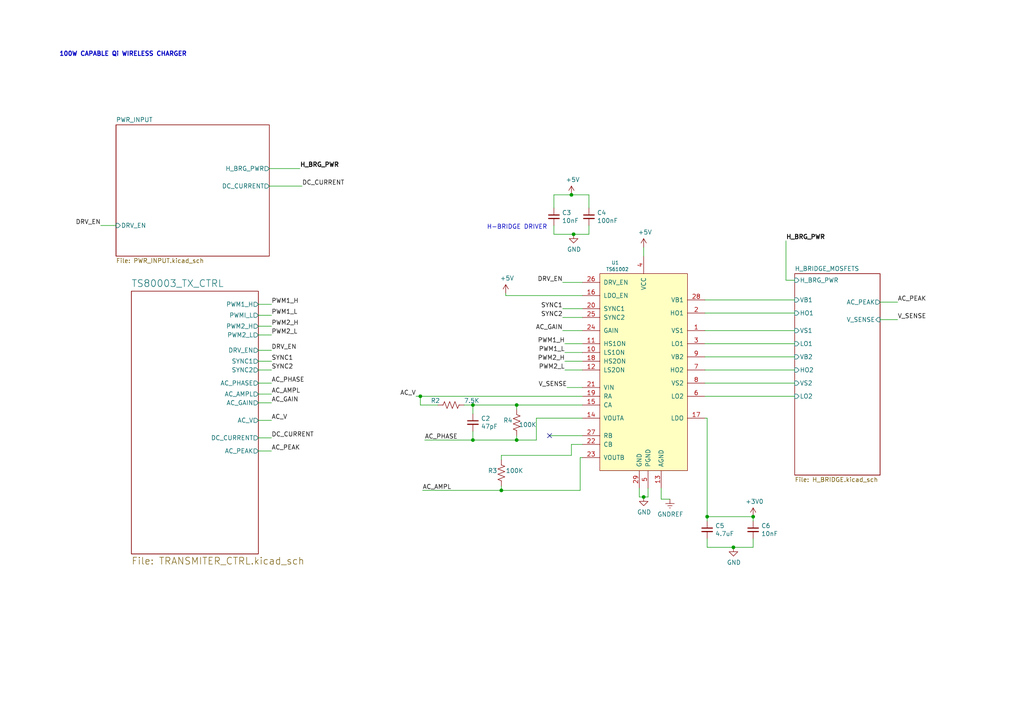
<source format=kicad_sch>
(kicad_sch (version 20211123) (generator eeschema)
  (paper "A4")
  (lib_symbols
    (symbol "Device:C_Small" (pin_numbers hide) (pin_names (offset 0.254) hide)
      (property "Reference" "C" (at 0.254 1.778 0))
      (property "Value" "C_Small" (at 0.254 -2.032 0))
      (symbol "C_Small_0_1"
        (polyline (pts (xy -1.524 -0.508) (xy 1.524 -0.508)) (stroke (width 0.3302)))
        (polyline (pts (xy -1.524 0.508) (xy 1.524 0.508)) (stroke (width 0.3048)))
      )
      (symbol "C_Small_1_1"
        (pin passive line (at 0 2.54 270) (length 2.032) (name "~") (number "1"))
        (pin passive line (at 0 -2.54 90) (length 2.032) (name "~") (number "2"))
      )
    )
    (symbol "Device:R_US" (pin_numbers hide) (pin_names (offset 0))
      (property "Reference" "R" (at 2.54 0 90))
      (property "Value" "R_US" (at -2.54 0 90))
      (symbol "R_US_0_1"
        (polyline (pts (xy 0 -2.286) (xy 0 -2.54)))
        (polyline (pts (xy 0 2.286) (xy 0 2.54)))
        (polyline (pts (xy 0 -0.762) (xy 1.016 -1.143) (xy 0 -1.524) (xy -1.016 -1.905) (xy 0 -2.286)))
        (polyline (pts (xy 0 0.762) (xy 1.016 0.381) (xy 0 0) (xy -1.016 -0.381) (xy 0 -0.762)))
        (polyline (pts (xy 0 2.286) (xy 1.016 1.905) (xy 0 1.524) (xy -1.016 1.143) (xy 0 0.762)))
      )
      (symbol "R_US_1_1"
        (pin passive line (at 0 3.81 270) (length 1.27) (name "~") (number "1"))
        (pin passive line (at 0 -3.81 90) (length 1.27) (name "~") (number "2"))
      )
    )
    (symbol "GCL_Integrated-Circuits:TS61002" (pin_names (offset 1.016))
      (property "Reference" "U" (at -1.27 2.54 0))
      (property "Value" "TS61002" (at 0 1.27 0))
      (symbol "TS61002_1_1"
        (rectangle (start -6.35 0) (end 19.05 -57.15) (stroke (width 0.1524)) (fill (type background)))
        (pin passive line (at 24.13 -16.51 180) (length 5.08) (name "VS1") (number "1"))
        (pin passive line (at -11.43 -22.86 0) (length 5.08) (name "LS1ON") (number "10"))
        (pin passive line (at -11.43 -20.32 0) (length 5.08) (name "HS1ON") (number "11"))
        (pin passive line (at -11.43 -27.94 0) (length 5.08) (name "LS2ON") (number "12"))
        (pin passive line (at 11.43 -62.23 90) (length 5.08) (name "AGND") (number "13"))
        (pin passive line (at -11.43 -41.91 0) (length 5.08) (name "VOUTA") (number "14"))
        (pin passive line (at -11.43 -38.1 0) (length 5.08) (name "CA") (number "15"))
        (pin passive line (at -11.43 -6.35 0) (length 5.08) (name "LDO_EN") (number "16"))
        (pin passive line (at 24.13 -41.91 180) (length 5.08) (name "LDO") (number "17"))
        (pin passive line (at -11.43 -25.4 0) (length 5.08) (name "HS2ON") (number "18"))
        (pin passive line (at -11.43 -35.56 0) (length 5.08) (name "RA") (number "19"))
        (pin passive line (at 24.13 -11.43 180) (length 5.08) (name "HO1") (number "2"))
        (pin passive line (at -11.43 -10.16 0) (length 5.08) (name "SYNC1") (number "20"))
        (pin passive line (at -11.43 -33.02 0) (length 5.08) (name "VIN") (number "21"))
        (pin passive line (at -11.43 -49.53 0) (length 5.08) (name "CB") (number "22"))
        (pin passive line (at -11.43 -53.34 0) (length 5.08) (name "VOUTB") (number "23"))
        (pin passive line (at -11.43 -16.51 0) (length 5.08) (name "GAIN") (number "24"))
        (pin passive line (at -11.43 -12.7 0) (length 5.08) (name "SYNC2") (number "25"))
        (pin passive line (at -11.43 -2.54 0) (length 5.08) (name "DRV_EN") (number "26"))
        (pin passive line (at -11.43 -46.99 0) (length 5.08) (name "RB") (number "27"))
        (pin passive line (at 24.13 -7.62 180) (length 5.08) (name "VB1") (number "28"))
        (pin passive line (at 5.08 -62.23 90) (length 5.08) (name "GND") (number "29"))
        (pin passive line (at 24.13 -20.32 180) (length 5.08) (name "LO1") (number "3"))
        (pin passive line (at 6.35 5.08 270) (length 5.08) (name "VCC") (number "4"))
        (pin passive line (at 7.62 -62.23 90) (length 5.08) (name "PGND") (number "5"))
        (pin passive line (at 24.13 -35.56 180) (length 5.08) (name "LO2") (number "6"))
        (pin passive line (at 24.13 -27.94 180) (length 5.08) (name "HO2") (number "7"))
        (pin passive line (at 24.13 -31.75 180) (length 5.08) (name "VS2") (number "8"))
        (pin passive line (at 24.13 -24.13 180) (length 5.08) (name "VB2") (number "9"))
      )
    )
    (symbol "The_Qi_wireless_charger_tx-rescue:+5V-OLIMEX_Power" (power) (pin_names (offset 0))
      (property "Value" "+5V-OLIMEX_Power" (at 0 3.556 0))
      (symbol "+5V-OLIMEX_Power_0_1"
        (polyline (pts (xy -0.762 1.27) (xy 0 2.54)))
        (polyline (pts (xy 0 0) (xy 0 2.54)))
        (polyline (pts (xy 0 2.54) (xy 0.762 1.27)))
      )
      (symbol "+5V-OLIMEX_Power_1_1"
        (pin power_in line (at 0 0 90) (length 0) hide (name "+5V") (number "1"))
      )
    )
    (symbol "The_Qi_wireless_charger_tx-rescue:GND-OLIMEX_Power" (power) (pin_names (offset 0))
      (property "Value" "GND-OLIMEX_Power" (at 0 -3.81 0))
      (symbol "GND-OLIMEX_Power_0_1"
        (polyline (pts (xy 0 0) (xy 0 -1.27) (xy 1.27 -1.27) (xy 0 -2.54) (xy -1.27 -1.27) (xy 0 -1.27)))
      )
      (symbol "GND-OLIMEX_Power_1_1"
        (pin power_in line (at 0 0 270) (length 0) hide (name "GND") (number "1"))
      )
    )
    (symbol "The_Qi_wireless_charger_tx-rescue:GNDREF-OLIMEX_Power" (power) (pin_names (offset 0))
      (property "Value" "GNDREF-OLIMEX_Power" (at 0 -3.81 0))
      (symbol "GNDREF-OLIMEX_Power_0_1"
        (polyline (pts (xy -0.635 -1.905) (xy 0.635 -1.905)))
        (polyline (pts (xy -0.127 -2.54) (xy 0.127 -2.54)))
        (polyline (pts (xy 0 -1.27) (xy 0 0)))
        (polyline (pts (xy 1.27 -1.27) (xy -1.27 -1.27)))
      )
      (symbol "GNDREF-OLIMEX_Power_1_1"
        (pin power_in line (at 0 0 270) (length 0) hide (name "GNDREF") (number "1"))
      )
    )
    (symbol "power:+3V0" (power) (pin_names (offset 0))
      (property "Value" "+3V0" (at 0 3.556 0))
      (symbol "+3V0_0_1"
        (polyline (pts (xy -0.762 1.27) (xy 0 2.54)))
        (polyline (pts (xy 0 0) (xy 0 2.54)))
        (polyline (pts (xy 0 2.54) (xy 0.762 1.27)))
      )
      (symbol "+3V0_1_1"
        (pin power_in line (at 0 0 90) (length 0) hide (name "+3V0") (number "1"))
      )
    )
  )
  (junction (at 145.415 142.24))
  (junction (at 149.86 117.475))
  (junction (at 137.16 117.475))
  (junction (at 121.92 114.935))
  (junction (at 165.735 56.515))
  (junction (at 218.44 149.86))
  (junction (at 205.105 149.86))
  (junction (at 166.37 67.945))
  (junction (at 186.69 144.145))
  (junction (at 212.725 158.75))
  (junction (at 149.86 127.635))
  (junction (at 137.16 127.635))
  (no_connect (at 159.385 126.365))
  (wire (pts (xy 146.685 85.725) (xy 168.91 85.725)))
  (wire (pts (xy 137.16 125.095) (xy 137.16 127.635)))
  (wire (pts (xy 204.47 95.885) (xy 230.505 95.885)))
  (wire (pts (xy 168.91 112.395) (xy 164.465 112.395)))
  (wire (pts (xy 78.74 91.44) (xy 74.93 91.44)))
  (wire (pts (xy 87.63 53.975) (xy 78.105 53.975)))
  (wire (pts (xy 168.91 104.775) (xy 163.83 104.775)))
  (wire (pts (xy 137.16 127.635) (xy 149.86 127.635)))
  (wire (pts (xy 149.86 118.745) (xy 149.86 117.475)))
  (wire (pts (xy 204.47 90.805) (xy 230.505 90.805)))
  (wire (pts (xy 204.47 103.505) (xy 230.505 103.505)))
  (wire (pts (xy 204.47 114.935) (xy 230.505 114.935)))
  (wire (pts (xy 160.655 60.325) (xy 160.655 56.515)))
  (wire (pts (xy 78.74 116.84) (xy 74.93 116.84)))
  (wire (pts (xy 78.74 130.81) (xy 74.93 130.81)))
  (wire (pts (xy 205.105 158.75) (xy 212.725 158.75)))
  (wire (pts (xy 218.44 149.86) (xy 218.44 151.13)))
  (wire (pts (xy 33.655 65.405) (xy 29.21 65.405)))
  (wire (pts (xy 74.93 104.775) (xy 78.74 104.775)))
  (wire (pts (xy 218.44 158.75) (xy 218.44 156.21)))
  (wire (pts (xy 74.93 97.155) (xy 78.74 97.155)))
  (wire (pts (xy 168.91 89.535) (xy 163.195 89.535)))
  (wire (pts (xy 230.505 81.28) (xy 227.965 81.28)))
  (wire (pts (xy 163.195 92.075) (xy 168.91 92.075)))
  (wire (pts (xy 168.91 81.915) (xy 163.195 81.915)))
  (wire (pts (xy 78.74 121.92) (xy 74.93 121.92)))
  (wire (pts (xy 212.725 158.75) (xy 218.44 158.75)))
  (wire (pts (xy 121.92 114.935) (xy 120.65 114.935)))
  (wire (pts (xy 255.27 92.71) (xy 260.35 92.71)))
  (wire (pts (xy 186.69 144.145) (xy 187.96 144.145)))
  (wire (pts (xy 166.37 67.945) (xy 160.655 67.945)))
  (wire (pts (xy 204.47 111.125) (xy 230.505 111.125)))
  (wire (pts (xy 255.27 87.63) (xy 260.35 87.63)))
  (wire (pts (xy 78.74 88.265) (xy 74.93 88.265)))
  (wire (pts (xy 74.93 111.125) (xy 78.74 111.125)))
  (wire (pts (xy 155.575 121.285) (xy 168.91 121.285)))
  (wire (pts (xy 145.415 142.24) (xy 168.275 142.24)))
  (wire (pts (xy 168.275 132.715) (xy 168.91 132.715)))
  (wire (pts (xy 78.74 114.3) (xy 74.93 114.3)))
  (wire (pts (xy 168.91 128.905) (xy 165.735 128.905)))
  (wire (pts (xy 127 117.475) (xy 121.92 117.475)))
  (wire (pts (xy 170.815 67.945) (xy 166.37 67.945)))
  (wire (pts (xy 187.96 144.145) (xy 187.96 141.605)))
  (wire (pts (xy 155.575 127.635) (xy 155.575 121.285)))
  (wire (pts (xy 205.105 151.13) (xy 205.105 149.86)))
  (wire (pts (xy 204.47 86.995) (xy 230.505 86.995)))
  (wire (pts (xy 185.42 144.145) (xy 186.69 144.145)))
  (wire (pts (xy 145.415 142.24) (xy 145.415 140.97)))
  (wire (pts (xy 165.735 56.515) (xy 170.815 56.515)))
  (wire (pts (xy 146.685 85.725) (xy 146.685 85.09)))
  (wire (pts (xy 170.815 56.515) (xy 170.815 60.325)))
  (wire (pts (xy 170.815 65.405) (xy 170.815 67.945)))
  (wire (pts (xy 205.105 156.21) (xy 205.105 158.75)))
  (wire (pts (xy 145.415 132.08) (xy 165.735 132.08)))
  (wire (pts (xy 137.16 117.475) (xy 149.86 117.475)))
  (wire (pts (xy 134.62 117.475) (xy 137.16 117.475)))
  (wire (pts (xy 227.965 81.28) (xy 227.965 69.85)))
  (wire (pts (xy 123.19 127.635) (xy 137.16 127.635)))
  (wire (pts (xy 74.93 127) (xy 78.74 127)))
  (wire (pts (xy 121.92 117.475) (xy 121.92 114.935)))
  (wire (pts (xy 137.16 117.475) (xy 137.16 120.015)))
  (wire (pts (xy 185.42 141.605) (xy 185.42 144.145)))
  (wire (pts (xy 205.105 149.86) (xy 218.44 149.86)))
  (wire (pts (xy 122.555 142.24) (xy 145.415 142.24)))
  (wire (pts (xy 168.91 95.885) (xy 163.195 95.885)))
  (wire (pts (xy 204.47 107.315) (xy 230.505 107.315)))
  (wire (pts (xy 191.77 144.78) (xy 194.31 144.78)))
  (wire (pts (xy 204.47 99.695) (xy 230.505 99.695)))
  (wire (pts (xy 78.74 94.615) (xy 74.93 94.615)))
  (wire (pts (xy 168.91 99.695) (xy 163.83 99.695)))
  (wire (pts (xy 191.77 141.605) (xy 191.77 144.78)))
  (wire (pts (xy 168.91 102.235) (xy 163.83 102.235)))
  (wire (pts (xy 205.105 121.285) (xy 205.105 149.86)))
  (wire (pts (xy 160.655 67.945) (xy 160.655 65.405)))
  (wire (pts (xy 78.105 48.895) (xy 86.995 48.895)))
  (wire (pts (xy 159.385 126.365) (xy 168.91 126.365)))
  (wire (pts (xy 204.47 121.285) (xy 205.105 121.285)))
  (wire (pts (xy 160.655 56.515) (xy 165.735 56.515)))
  (wire (pts (xy 168.275 142.24) (xy 168.275 132.715)))
  (wire (pts (xy 168.91 114.935) (xy 121.92 114.935)))
  (wire (pts (xy 165.735 128.905) (xy 165.735 132.08)))
  (wire (pts (xy 149.86 117.475) (xy 168.91 117.475)))
  (wire (pts (xy 145.415 133.35) (xy 145.415 132.08)))
  (wire (pts (xy 168.91 107.315) (xy 163.83 107.315)))
  (wire (pts (xy 149.86 127.635) (xy 155.575 127.635)))
  (wire (pts (xy 74.93 107.315) (xy 78.74 107.315)))
  (wire (pts (xy 186.69 71.755) (xy 186.69 74.295)))
  (wire (pts (xy 149.86 127.635) (xy 149.86 126.365)))
  (wire (pts (xy 78.74 101.6) (xy 74.93 101.6)))
  (text "100W CAPABLE Qi WIRELESS CHARGER" (at 17.145 16.51 0) (effects (font (size 1.27 1.27) (thickness 0.254) bold) (justify left bottom)))
  (text "H-BRIDGE DRIVER" (at 158.75 66.675 180) (effects (font (size 1.27 1.27)) (justify right bottom)))
  (label "AC_PEAK" (at 78.74 130.81 0))
  (label "PWM1_H" (at 78.74 88.265 0))
  (label "SYNC2" (at 78.74 107.315 0))
  (label "PWM1_H" (at 163.83 99.695 180))
  (label "SYNC1" (at 78.74 104.775 0))
  (label "V_SENSE" (at 260.35 92.71 0))
  (label "AC_GAIN" (at 78.74 116.84 0))
  (label "AC_GAIN" (at 163.195 95.885 180))
  (label "AC_AMPL" (at 122.555 142.24 0))
  (label "DC_CURRENT" (at 78.74 127 0))
  (label "DC_CURRENT" (at 87.63 53.975 0))
  (label "PWM1_L" (at 78.74 91.44 0))
  (label "DRV_EN" (at 78.74 101.6 0))
  (label "SYNC2" (at 163.195 92.075 180))
  (label "PWM2_L" (at 78.74 97.155 0))
  (label "AC_PHASE" (at 123.19 127.635 0))
  (label "V_SENSE" (at 164.465 112.395 180))
  (label "PWM2_H" (at 163.83 104.775 180))
  (label "H_BRG_PWR" (at 227.965 69.85 0) (effects (font (thickness 0.254) bold)))
  (label "H_BRG_PWR" (at 86.995 48.895 0) (effects (font (thickness 0.254) bold)))
  (label "AC_PEAK" (at 260.35 87.63 0))
  (label "AC_V" (at 120.65 114.935 180))
  (label "PWM1_L" (at 163.83 102.235 180))
  (label "DRV_EN" (at 163.195 81.915 180))
  (label "AC_PHASE" (at 78.74 111.125 0))
  (label "AC_AMPL" (at 78.74 114.3 0))
  (label "PWM2_H" (at 78.74 94.615 0))
  (label "DRV_EN" (at 29.21 65.405 180))
  (label "PWM2_L" (at 163.83 107.315 180))
  (label "SYNC1" (at 163.195 89.535 180))
  (label "AC_V" (at 78.74 121.92 0))
  (symbol (lib_id "Device:C_Small") (at 218.44 153.67 0) (unit 1)
    (property "Reference" "C6" (at 220.7768 152.5016 0) (effects (justify left)))
    (property "Value" "10nF" (at 220.7768 154.813 0) (effects (justify left)))
    (property "Footprint" "Capacitor_SMD:C_0402_1005Metric" (effects hide))
    (property "MFR" "CC0402KRX7R7BB103" (effects hide))
    (property "Vendor" "LCSC" (effects hide))
  )
  (symbol (lib_id "The_Qi_wireless_charger_tx-rescue:GND-OLIMEX_Power") (at 212.725 158.75 0) (unit 1)
    (property "Reference" "#PWR0107" (effects hide))
    (property "Value" "GND" (at 212.852 163.1442 0))
  )
  (symbol (lib_id "The_Qi_wireless_charger_tx-rescue:GND-OLIMEX_Power") (at 186.69 144.145 0) (unit 1)
    (property "Reference" "#PWR0106" (effects hide))
    (property "Value" "GND" (at 186.817 148.5392 0))
  )
  (symbol (lib_id "The_Qi_wireless_charger_tx-rescue:GNDREF-OLIMEX_Power") (at 194.31 144.78 0) (unit 1)
    (property "Reference" "#PWR0105" (effects hide))
    (property "Value" "GNDREF" (at 194.437 149.1742 0))
  )
  (symbol (lib_id "power:+3V0") (at 218.44 149.86 0) (unit 1)
    (property "Reference" "#PWR0104" (effects hide))
    (property "Value" "+3V0" (at 218.821 145.4658 0))
  )
  (symbol (lib_id "The_Qi_wireless_charger_tx-rescue:+5V-OLIMEX_Power") (at 146.685 85.09 0) (unit 1)
    (property "Reference" "#PWR0108" (effects hide))
    (property "Value" "+5V" (at 147.066 80.6958 0))
  )
  (symbol (lib_id "GCL_Integrated-Circuits:TS61002") (at 180.34 79.375 0) (unit 1)
    (property "Reference" "U1" (at 178.435 76.2 0) (effects (font (size 0.9906 0.9906))))
    (property "Value" "TS61002" (at 179.07 78.105 0) (effects (font (size 0.9906 0.9906))))
    (property "Footprint" "greencharge-footprints:QFN50P500X500X100-29N" (effects hide))
  )
  (symbol (lib_id "Device:C_Small") (at 137.16 122.555 0) (unit 1)
    (property "Reference" "C2" (at 139.4968 121.3866 0) (effects (justify left)))
    (property "Value" "47pF" (at 139.4968 123.698 0) (effects (justify left)))
    (property "Footprint" "Capacitor_SMD:C_0402_1005Metric" (effects hide))
    (property "MFR" "CC0402JRNPO9BN470" (effects hide))
    (property "Vendor" "LCSC" (effects hide))
  )
  (symbol (lib_id "Device:R_US") (at 149.86 122.555 0) (unit 1)
    (property "Reference" "R4" (at 147.32 121.92 0))
    (property "Value" "100K" (at 153.035 123.19 0))
    (property "Footprint" "Resistor_SMD:R_0402_1005Metric" (effects hide))
    (property "MFR" "RS-06K1003FT" (effects hide))
    (property "Vendor" "LCSC" (effects hide))
  )
  (symbol (lib_id "The_Qi_wireless_charger_tx-rescue:+5V-OLIMEX_Power") (at 186.69 71.755 0) (unit 1)
    (property "Reference" "#PWR0103" (effects hide))
    (property "Value" "+5V" (at 187.071 67.3608 0))
  )
  (symbol (lib_id "The_Qi_wireless_charger_tx-rescue:+5V-OLIMEX_Power") (at 165.735 56.515 0) (unit 1)
    (property "Reference" "#PWR0102" (effects hide))
    (property "Value" "+5V" (at 166.116 52.1208 0))
  )
  (symbol (lib_id "The_Qi_wireless_charger_tx-rescue:GND-OLIMEX_Power") (at 166.37 67.945 0) (unit 1)
    (property "Reference" "#PWR0101" (effects hide))
    (property "Value" "GND" (at 166.497 72.3392 0))
  )
  (symbol (lib_id "Device:C_Small") (at 205.105 153.67 0) (unit 1)
    (property "Reference" "C5" (at 207.4418 152.5016 0) (effects (justify left)))
    (property "Value" "4.7uF" (at 207.4418 154.813 0) (effects (justify left)))
    (property "Footprint" "Capacitor_SMD:C_0402_1005Metric" (effects hide))
    (property "MFR" "CL10A475KQ8NNNC" (effects hide))
    (property "Vendor" "LCSC" (effects hide))
  )
  (symbol (lib_id "Device:R_US") (at 145.415 137.16 0) (unit 1)
    (property "Reference" "R3" (at 142.875 136.525 0))
    (property "Value" "100K" (at 149.225 136.525 0))
    (property "Footprint" "Resistor_SMD:R_0402_1005Metric" (effects hide))
    (property "MFR" "RS-06K1003FT" (effects hide))
    (property "Vendor" "LCSC" (effects hide))
  )
  (symbol (lib_id "Device:C_Small") (at 160.655 62.865 0) (unit 1)
    (property "Reference" "C3" (at 162.9918 61.6966 0) (effects (justify left)))
    (property "Value" "10nF" (at 162.9918 64.008 0) (effects (justify left)))
    (property "Footprint" "Capacitor_SMD:C_0402_1005Metric" (effects hide))
    (property "MFR" "CC0402KRX7R7BB103" (effects hide))
    (property "Vendor" "LCSC" (effects hide))
  )
  (symbol (lib_id "Device:C_Small") (at 170.815 62.865 0) (unit 1)
    (property "Reference" "C4" (at 173.1518 61.6966 0) (effects (justify left)))
    (property "Value" "100nF" (at 173.1518 64.008 0) (effects (justify left)))
    (property "Footprint" "Capacitor_SMD:C_0402_1005Metric" (effects hide))
    (property "MFR" "CC0402KRX5R5BB104" (effects hide))
    (property "Vendor" "LCSC" (effects hide))
  )
  (symbol (lib_id "Device:R_US") (at 130.81 117.475 90) (unit 1)
    (property "Reference" "R2" (at 127.635 116.205 90) (effects (justify left)))
    (property "Value" "7.5K" (at 139.065 116.205 90) (effects (justify left)))
    (property "Footprint" "Resistor_SMD:R_0402_1005Metric" (effects hide))
    (property "MFR" "ERJP06F7501V" (effects hide))
    (property "Vendor" "LCSC" (effects hide))
  )
  (sheet (at 38.1 84.455) (size 36.83 76.2)
    (property "Sheet name" "TS80003_TX_CTRL" (at 38.1 83.3751 0) (effects (font (size 2.0066 2.0066)) (justify left bottom)))
    (property "Sheet file" "TRANSMITER_CTRL.kicad_sch" (at 38.1 161.5342 0) (effects (font (size 2.0066 2.0066)) (justify left top)))
    (pin "PWM1_H" output (at 74.93 88.265 0))
    (pin "PWMI_L" output (at 74.93 91.44 0))
    (pin "PWM2_H" output (at 74.93 94.615 0))
    (pin "PWM2_L" output (at 74.93 97.155 0))
    (pin "SYNC1" output (at 74.93 104.775 0))
    (pin "SYNC2" output (at 74.93 107.315 0))
    (pin "AC_PHASE" output (at 74.93 111.125 0))
    (pin "AC_AMPL" output (at 74.93 114.3 0))
    (pin "AC_V" output (at 74.93 121.92 0))
    (pin "DC_CURRENT" output (at 74.93 127 0))
    (pin "AC_PEAK" output (at 74.93 130.81 0))
    (pin "DRV_EN" output (at 74.93 101.6 0))
    (pin "AC_GAIN" output (at 74.93 116.84 0))
  )
  (sheet (at 230.505 79.375) (size 24.765 58.42)
    (property "Sheet name" "H_BRIDGE_MOSFETS" (at 230.505 78.6634 0) (effects (justify left bottom)))
    (property "Sheet file" "H_BRIDGE.kicad_sch" (at 230.505 138.3796 0) (effects (justify left top)))
    (pin "VB1" input (at 230.505 86.995 180))
    (pin "HO1" input (at 230.505 90.805 180))
    (pin "VS1" input (at 230.505 95.885 180))
    (pin "LO1" input (at 230.505 99.695 180))
    (pin "VB2" input (at 230.505 103.505 180))
    (pin "HO2" input (at 230.505 107.315 180))
    (pin "VS2" input (at 230.505 111.125 180))
    (pin "LO2" input (at 230.505 114.935 180))
    (pin "H_BRG_PWR" input (at 230.505 81.28 180))
    (pin "AC_PEAK" output (at 255.27 87.63 0))
    (pin "V_SENSE" input (at 255.27 92.71 0))
  )
  (sheet (at 33.655 36.195) (size 44.45 38.1)
    (property "Sheet name" "PWR_INPUT" (at 33.655 35.4834 0) (effects (justify left bottom)))
    (property "Sheet file" "PWR_INPUT.kicad_sch" (at 33.655 74.8796 0) (effects (justify left top)))
    (pin "DRV_EN" input (at 33.655 65.405 180))
    (pin "H_BRG_PWR" output (at 78.105 48.895 0))
    (pin "DC_CURRENT" output (at 78.105 53.975 0))
  )
)
</source>
